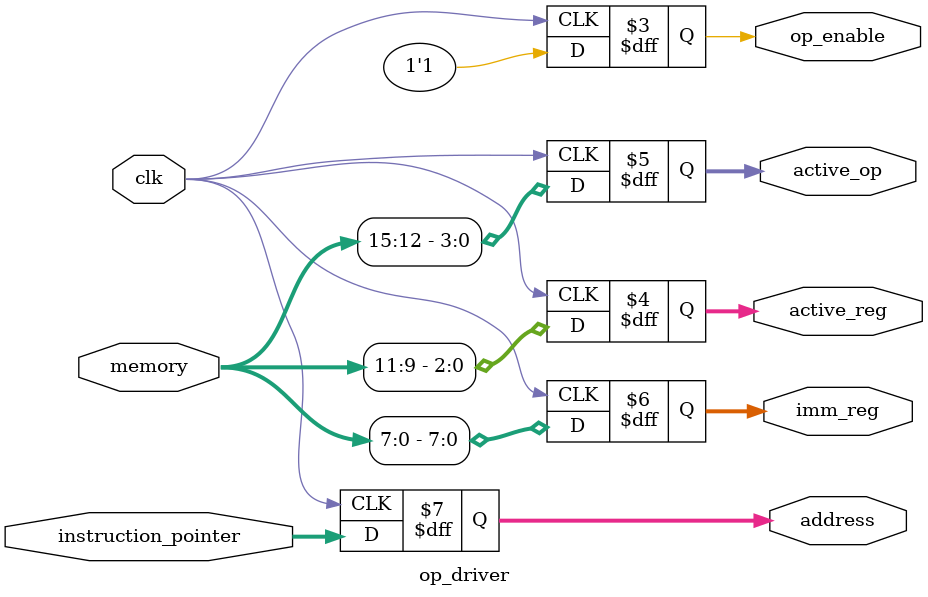
<source format=sv>
`timescale 1ns / 1ps


module op_driver
    #(parameter WIDTH = 8)
    (
        output reg                 op_enable,
        output reg [2:0]           active_reg,
        output reg [3:0]           active_op,
        output reg [WIDTH-1 : 0]   imm_reg,
        output reg [WIDTH-1 : 0]   address,
        input wire [WIDTH*2-1 : 0] memory,
        input wire [WIDTH-1 : 0]   instruction_pointer,
        input wire                 clk
    );

    initial
        address = 'h00;
    always @(posedge clk) begin
        // Enable every cycle for now.
        // NOTE: We may want to break some instructions into multiple cycles
        // in the future, but not yet. Keep it simple for now.
        op_enable = 'b1;
        imm_reg = memory[WIDTH-1 : 0];
        active_op = memory[WIDTH*2-1 : WIDTH*2-4];
        active_reg = memory[WIDTH*2-5 : WIDTH*2-7];
        address = instruction_pointer;
    end
endmodule

</source>
